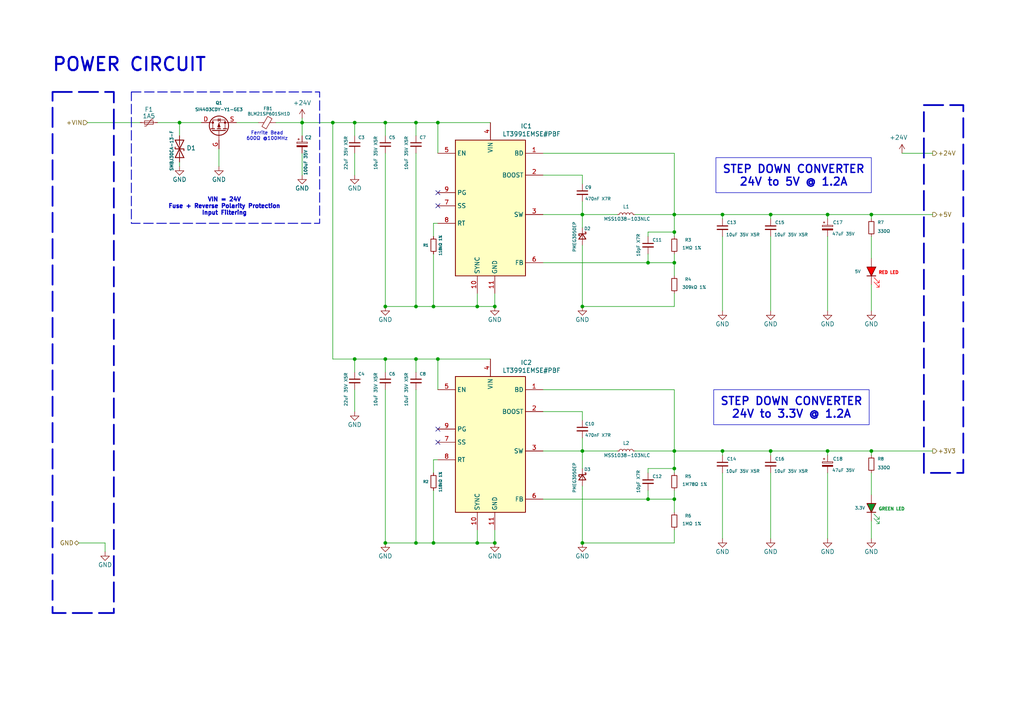
<source format=kicad_sch>
(kicad_sch (version 20250114) (generator "eeschema") (generator_version "9.0")
  (paper "A4")
  (title_block (title "KeyTestBox") (date "2023-10-15") (rev "V1.0") (comment 1 "Designer: Bruno Silva"))
  (lib_symbols
    (symbol "DMP3056L-7:DMP3056L-7" (pin_names (offset 0.254))
      (property "Reference" "CR2" (at 26.035 0 90))
      (property "Value" "DMP3056L-7" (at 24.13 0 90))
      (symbol "DMP3056L-7_0_1"
        (polyline (pts (xy 18.034 1.905) (xy 18.034 -1.905)) (stroke (width 0.254)))
        (polyline (pts (xy 18.034 0) (xy 15.24 0)))
        (polyline (pts (xy 18.542 2.286) (xy 18.542 1.27)) (stroke (width 0.254)))
        (polyline (pts (xy 18.542 1.778) (xy 21.082 1.778) (xy 21.082 -1.778) (xy 18.542 -1.778)))
        (polyline (pts (xy 18.542 0.508) (xy 18.542 -0.508)) (stroke (width 0.254)))
        (polyline (pts (xy 18.542 -1.27) (xy 18.542 -2.286)) (stroke (width 0.254)))
        (circle (center 19.431 0) (radius 2.794) (stroke (width 0.254)))
        (polyline (pts (xy 20.066 0) (xy 19.05 0.381) (xy 19.05 -0.381) (xy 20.066 0)) (fill (type outline)))
        (polyline (pts (xy 20.32 2.54) (xy 20.32 1.778)))
        (circle (center 20.32 1.778) (radius 0.254) (fill (type outline)))
        (circle (center 20.32 -1.778) (radius 0.254) (fill (type outline)))
        (polyline (pts (xy 20.32 -2.54) (xy 20.32 0) (xy 18.542 0)))
        (polyline (pts (xy 20.574 -0.508) (xy 20.701 -0.381) (xy 21.463 -0.381) (xy 21.59 -0.254)))
        (polyline (pts (xy 21.082 -0.381) (xy 20.701 0.254) (xy 21.463 0.254) (xy 21.082 -0.381)))
      )
      (symbol "DMP3056L-7_1_1"
        (pin input line (at 12.7 0 0) (length 2.54) (name "") (number "G"))
        (pin passive line (at 20.32 5.08 270) (length 2.54) (name "") (number "D"))
        (pin passive line (at 20.32 -5.08 90) (length 2.54) (name "") (number "S"))
      )
    )
    (symbol "Device:C_Polarized_Small" (pin_numbers (hide yes)) (pin_names (offset 0.254) (hide yes))
      (property "Reference" "C" (at 0.254 1.778 0))
      (property "Value" "C_Polarized_Small" (at 0.254 -2.032 0))
      (symbol "C_Polarized_Small_0_1"
        (rectangle (start -1.524 0.6858) (end 1.524 0.3048))
        (rectangle (start -1.524 -0.3048) (end 1.524 -0.6858) (fill (type outline)))
        (polyline (pts (xy -1.27 1.524) (xy -0.762 1.524)))
        (polyline (pts (xy -1.016 1.27) (xy -1.016 1.778)))
      )
      (symbol "C_Polarized_Small_1_1"
        (pin passive line (at 0 2.54 270) (length 1.8542) (name "~") (number "1"))
        (pin passive line (at 0 -2.54 90) (length 1.8542) (name "~") (number "2"))
      )
    )
    (symbol "Device:C_Small" (pin_numbers (hide yes)) (pin_names (offset 0.254) (hide yes))
      (property "Reference" "C" (at 0.254 1.778 0))
      (property "Value" "C_Small" (at 0.254 -2.032 0))
      (symbol "C_Small_0_1"
        (polyline (pts (xy -1.524 0.508) (xy 1.524 0.508)) (stroke (width 0.3048)))
        (polyline (pts (xy -1.524 -0.508) (xy 1.524 -0.508)) (stroke (width 0.3302)))
      )
      (symbol "C_Small_1_1"
        (pin passive line (at 0 2.54 270) (length 2.032) (name "~") (number "1"))
        (pin passive line (at 0 -2.54 90) (length 2.032) (name "~") (number "2"))
      )
    )
    (symbol "Device:D_Schottky_Small" (pin_numbers (hide yes)) (pin_names (offset 0.254) (hide yes))
      (property "Reference" "D" (at -1.27 2.032 0))
      (property "Value" "D_Schottky_Small" (at -7.112 -2.032 0))
      (symbol "D_Schottky_Small_0_1"
        (polyline (pts (xy -1.27 0.762) (xy -1.27 1.016) (xy -0.762 1.016) (xy -0.762 -1.016) (xy -0.254 -1.016) (xy -0.254 -0.762)) (stroke (width 0.254)))
        (polyline (pts (xy -0.762 0) (xy 0.762 0)))
        (polyline (pts (xy 0.762 -1.016) (xy -0.762 0) (xy 0.762 1.016) (xy 0.762 -1.016)) (stroke (width 0.254)))
      )
      (symbol "D_Schottky_Small_1_1"
        (pin passive line (at -2.54 0 0) (length 1.778) (name "K") (number "1"))
        (pin passive line (at 2.54 0 180) (length 1.778) (name "A") (number "2"))
      )
    )
    (symbol "Device:FerriteBead_Small" (pin_numbers (hide yes)) (pin_names (offset 0))
      (property "Reference" "FB" (at 1.905 1.27 0))
      (property "Value" "FerriteBead_Small" (at 1.905 -1.27 0))
      (symbol "FerriteBead_Small_0_1"
        (polyline (pts (xy -1.8288 0.2794) (xy -1.1176 1.4986) (xy 1.8288 -0.2032) (xy 1.1176 -1.4224) (xy -1.8288 0.2794)))
        (polyline (pts (xy 0 0.889) (xy 0 1.2954)))
        (polyline (pts (xy 0 -1.27) (xy 0 -0.7874)))
      )
      (symbol "FerriteBead_Small_1_1"
        (pin passive line (at 0 2.54 270) (length 1.27) (name "~") (number "1"))
        (pin passive line (at 0 -2.54 90) (length 1.27) (name "~") (number "2"))
      )
    )
    (symbol "Device:L_Small" (pin_numbers (hide yes)) (pin_names (offset 0.254) (hide yes))
      (property "Reference" "L" (at 0.762 1.016 0))
      (property "Value" "L_Small" (at 0.762 -1.016 0))
      (symbol "L_Small_0_1"
        (arc (start 0 2.032) (mid 0.5058 1.524) (end 0 1.016))
        (arc (start 0 1.016) (mid 0.5058 0.508) (end 0 0))
        (arc (start 0 0) (mid 0.5058 -0.508) (end 0 -1.016))
        (arc (start 0 -1.016) (mid 0.5058 -1.524) (end 0 -2.032))
      )
      (symbol "L_Small_1_1"
        (pin passive line (at 0 2.54 270) (length 0.508) (name "~") (number "1"))
        (pin passive line (at 0 -2.54 90) (length 0.508) (name "~") (number "2"))
      )
    )
    (symbol "Device:Polyfuse_Small" (pin_numbers (hide yes)) (pin_names (offset 0))
      (property "Reference" "F" (at -1.905 0 90))
      (property "Value" "Polyfuse_Small" (at 1.905 0 90))
      (symbol "Polyfuse_Small_0_1"
        (polyline (pts (xy -1.016 1.27) (xy -1.016 0.762) (xy 1.016 -0.762) (xy 1.016 -1.27)))
        (rectangle (start -0.508 1.27) (end 0.508 -1.27))
        (polyline (pts (xy 0 2.54) (xy 0 -2.54)))
      )
      (symbol "Polyfuse_Small_1_1"
        (pin passive line (at 0 2.54 270) (length 0.635) (name "~") (number "1"))
        (pin passive line (at 0 -2.54 90) (length 0.635) (name "~") (number "2"))
      )
    )
    (symbol "Diode:1N630xCA" (pin_numbers (hide yes)) (pin_names (offset 1.016) (hide yes))
      (property "Reference" "D" (at 0 2.54 0))
      (property "Value" "1N630xCA" (at 0 -2.54 0))
      (symbol "1N630xCA_0_1"
        (polyline (pts (xy -2.54 -1.27) (xy 0 0) (xy -2.54 1.27) (xy -2.54 -1.27)) (stroke (width 0.254)))
        (polyline (pts (xy 0.508 1.27) (xy 0 1.27) (xy 0 -1.27) (xy -0.508 -1.27)) (stroke (width 0.254)))
        (polyline (pts (xy 1.27 0) (xy -1.27 0)))
        (polyline (pts (xy 2.54 1.27) (xy 2.54 -1.27) (xy 0 0) (xy 2.54 1.27)) (stroke (width 0.254)))
      )
      (symbol "1N630xCA_1_1"
        (pin passive line (at -3.81 0 0) (length 2.54) (name "A1") (number "1"))
        (pin passive line (at 3.81 0 180) (length 2.54) (name "A2") (number "2"))
      )
    )
    (symbol "IR26-21C_L110_TR8_1" (pin_numbers (hide yes)) (pin_names (offset 1.016) (hide yes))
      (property "Value" "3.3V" (at 0 4.826 90))
      (symbol "IR26-21C_L110_TR8_1_0_1"
        (polyline (pts (xy -1.27 -1.27) (xy -1.27 1.27)) (stroke (width 0.254)))
      )
      (symbol "IR26-21C_L110_TR8_1_1_1"
        (polyline (pts (xy -3.048 -0.762) (xy -4.572 -2.286) (xy -3.81 -2.286) (xy -4.572 -2.286) (xy -4.572 -1.524)) (stroke (width 0) (color 10 147 45 1)))
        (polyline (pts (xy -1.778 -0.762) (xy -3.302 -2.286) (xy -2.54 -2.286) (xy -3.302 -2.286) (xy -3.302 -1.524)) (stroke (width 0) (color 10 147 45 1)))
        (polyline (pts (xy -1.27 0) (xy 1.27 0)) (stroke (width 0) (color 10 147 45 1)))
        (polyline (pts (xy 1.27 -1.27) (xy 1.27 1.27) (xy -1.27 0) (xy 1.27 -1.27)) (stroke (width 0.254)) (fill (type color) (color 10 147 45 1)))
        (pin passive line (at -3.81 0 0) (length 2.54) (name "K") (number "1"))
        (pin passive line (at 3.81 0 180) (length 2.54) (name "A") (number "2"))
      )
    )
    (symbol "LED:IR26-21C_L110_TR8" (pin_numbers (hide yes)) (pin_names (offset 1.016) (hide yes))
      (property "Value" "5V" (at 0 4.826 90))
      (symbol "IR26-21C_L110_TR8_0_1"
        (polyline (pts (xy -1.27 -1.27) (xy -1.27 1.27)) (stroke (width 0.254)))
      )
      (symbol "IR26-21C_L110_TR8_1_1"
        (polyline (pts (xy -3.048 -0.762) (xy -4.572 -2.286) (xy -3.81 -2.286) (xy -4.572 -2.286) (xy -4.572 -1.524)) (stroke (width 0) (color 255 0 0 1)))
        (polyline (pts (xy -1.778 -0.762) (xy -3.302 -2.286) (xy -2.54 -2.286) (xy -3.302 -2.286) (xy -3.302 -1.524)) (stroke (width 0) (color 255 0 0 1)))
        (polyline (pts (xy -1.27 0) (xy 1.27 0)) (stroke (width 0) (color 255 0 0 1)))
        (polyline (pts (xy 1.27 -1.27) (xy 1.27 1.27) (xy -1.27 0) (xy 1.27 -1.27)) (stroke (width 0.254)) (fill (type color) (color 255 0 0 1)))
        (pin passive line (at -3.81 0 0) (length 2.54) (name "K") (number "1"))
        (pin passive line (at 3.81 0 180) (length 2.54) (name "A") (number "2"))
      )
    )
    (symbol "LT3991EMSE#PBF_1"
      (property "Reference" "IC3" (at 25.654 23.114 0))
      (property "Value" "LT3991EMSE#PBF" (at 27.178 20.828 0))
      (symbol "LT3991EMSE#PBF_1_1_1"
        (rectangle (start 5.08 19.05) (end 25.4 -20.32) (stroke (width 0.254)) (fill (type background)))
        (pin passive line (at 0 15.24 0) (length 5.08) (name "EN") (number "5"))
        (pin passive line (at 0 3.81 0) (length 5.08) (name "PG") (number "9"))
        (pin passive line (at 0 0 0) (length 5.08) (name "SS") (number "7"))
        (pin passive line (at 0 -5.08 0) (length 5.08) (name "RT") (number "8"))
        (pin passive line (at 11.43 -25.4 90) (length 5.08) (name "SYNC") (number "10"))
        (pin passive line (at 15.24 24.13 270) (length 5.08) (name "VIN") (number "4"))
        (pin passive line (at 16.51 -25.4 90) (length 5.08) (name "GND") (number "11"))
        (pin passive line (at 30.48 15.24 180) (length 5.08) (name "BD") (number "1"))
        (pin passive line (at 30.48 8.89 180) (length 5.08) (name "BOOST") (number "2"))
        (pin passive line (at 30.48 -2.54 180) (length 5.08) (name "SW") (number "3"))
        (pin passive line (at 30.48 -16.51 180) (length 5.08) (name "FB") (number "6"))
      )
    )
    (symbol "R_Small_1" (pin_numbers (hide yes)) (pin_names (offset 0.254) (hide yes))
      (property "Reference" "R" (at 0 0 90))
      (property "Value" "R_Small" (at 1.778 0 90))
      (symbol "R_Small_1_0_1"
        (rectangle (start -0.762 1.778) (end 0.762 -1.778) (stroke (width 0.2032)))
      )
      (symbol "R_Small_1_1_1"
        (pin passive line (at 0 2.54 270) (length 0.762) (name "~") (number "1"))
        (pin passive line (at 0 -2.54 90) (length 0.762) (name "~") (number "2"))
      )
    )
    (symbol "power:+24V" (power) (pin_names (offset 0))
      (property "Value" "+24V" (at 0 3.556 0))
      (symbol "+24V_0_1"
        (polyline (pts (xy -0.762 1.27) (xy 0 2.54)))
        (polyline (pts (xy 0 2.54) (xy 0.762 1.27)))
        (polyline (pts (xy 0 0) (xy 0 2.54)))
      )
      (symbol "+24V_1_1"
        (pin power_in line (at 0 0 90) (length 0) (hide yes) (name "+24V") (number "1"))
      )
    )
    (symbol "power:GND" (power) (pin_names (offset 0))
      (property "Value" "GND" (at 0 -3.81 0))
      (symbol "GND_0_1"
        (polyline (pts (xy 0 0) (xy 0 -1.27) (xy 1.27 -1.27) (xy 0 -2.54) (xy -1.27 -1.27) (xy 0 -1.27)))
      )
      (symbol "GND_1_1"
        (pin power_in line (at 0 0 270) (length 0) (hide yes) (name "GND") (number "1"))
      )
    )
  )
  (rectangle (start 38.1 26.67) (end 92.71 64.77) (stroke (width 0.254) (type dash)))
  (rectangle (start 267.97 30.48) (end 279.4 137.16) (stroke (width 0.508) (type dash)))
  (rectangle (start 15.24 26.67) (end 33.02 177.8) (stroke (width 0.508) (type dash)))
  (text "POWER CIRCUIT\n" (at 14.986 21.082 0) (effects (font (size 3.81 3.81) (thickness 0.6) (bold yes)) (justify left bottom)))
  (text "Ferrite Bead\n600Ω @100MHz" (at 77.47 40.894 0) (effects (font (size 1 1)) (justify bottom)))
  (text "RED LED" (at 254.762 79.756 0) (effects (font (size 0.889 0.889) (thickness 0.6) (bold yes)) (justify left bottom)))
  (text "GREEN LED" (at 254.762 148.336 0) (effects (font (size 0.889 0.889) (thickness 0.6) (bold yes)) (justify left bottom)))
  (text_box "STEP DOWN CONVERTER\n24V to 3.3V @ 1.2A" (at 207.01 113.03 0) (size 45.085 10.16) (margins 0.9 0.9 0.9 0.9) (effects (font (size 2.286 2.286) (thickness 0.4) (bold yes))))
  (text_box "STEP DOWN CONVERTER\n24V to 5V @ 1.2A" (at 207.645 45.72 0) (size 45.085 10.16) (margins 0.9 0.9 0.9 0.9) (effects (font (size 2.286 2.286) (thickness 0.4) (bold yes))))
  (text_box "VIN = 24V\nFuse + Reverse Polarity Protection\nInput Filtering" (at 47.625 55.88 0) (size 34.925 7.62) (margins 0.9 0.9 0.9 0.9) (stroke (width -0.0001)) (effects (font (size 1.2 1.2) (thickness 0.4) (bold yes))))
  (junction (at 168.91 130.81))
  (junction (at 111.76 35.56))
  (junction (at 143.51 88.9))
  (junction (at 209.55 62.23))
  (junction (at 125.73 157.48))
  (junction (at 209.55 130.81))
  (junction (at 240.03 130.81))
  (junction (at 127 35.56))
  (junction (at 240.03 62.23))
  (junction (at 195.58 76.2))
  (junction (at 168.91 62.23))
  (junction (at 125.73 88.9))
  (junction (at 195.58 144.78))
  (junction (at 168.91 157.48))
  (junction (at 168.91 88.9))
  (junction (at 223.52 62.23))
  (junction (at 127 104.14))
  (junction (at 120.65 157.48))
  (junction (at 195.58 135.89))
  (junction (at 195.58 62.23))
  (junction (at 102.87 35.56))
  (junction (at 252.73 130.81))
  (junction (at 87.63 35.56))
  (junction (at 120.65 88.9))
  (junction (at 143.51 157.48))
  (junction (at 138.43 157.48))
  (junction (at 111.76 157.48))
  (junction (at 96.52 35.56))
  (junction (at 102.87 104.14))
  (junction (at 195.58 67.31))
  (junction (at 223.52 130.81))
  (junction (at 52.07 35.56))
  (junction (at 187.96 76.2))
  (junction (at 187.96 144.78))
  (junction (at 138.43 88.9))
  (junction (at 111.76 104.14))
  (junction (at 195.58 130.81))
  (junction (at 120.65 104.14))
  (junction (at 111.76 88.9))
  (junction (at 252.73 62.23))
  (junction (at 120.65 35.56))
  (no_connect (at 127 124.46))
  (no_connect (at 127 55.88))
  (no_connect (at 127 128.27))
  (no_connect (at 127 59.69))
  (wire (pts (xy 195.58 67.31) (xy 195.58 68.58)))
  (wire (pts (xy 138.43 85.09) (xy 138.43 88.9)))
  (wire (pts (xy 127 35.56) (xy 142.24 35.56)))
  (wire (pts (xy 127 104.14) (xy 127 113.03)))
  (wire (pts (xy 120.65 113.03) (xy 120.65 157.48)))
  (wire (pts (xy 209.55 132.08) (xy 209.55 130.81)))
  (wire (pts (xy 96.52 104.14) (xy 102.87 104.14)))
  (wire (pts (xy 120.65 35.56) (xy 120.65 39.37)))
  (wire (pts (xy 261.62 44.45) (xy 270.51 44.45)))
  (wire (pts (xy 195.58 144.78) (xy 187.96 144.78)))
  (wire (pts (xy 252.73 62.23) (xy 270.51 62.23)))
  (wire (pts (xy 111.76 44.45) (xy 111.76 88.9)))
  (wire (pts (xy 240.03 132.08) (xy 240.03 130.81)))
  (wire (pts (xy 157.48 50.8) (xy 168.91 50.8)))
  (wire (pts (xy 223.52 90.17) (xy 223.52 68.58)))
  (wire (pts (xy 125.73 64.77) (xy 125.73 68.58)))
  (wire (pts (xy 223.52 63.5) (xy 223.52 62.23)))
  (wire (pts (xy 195.58 130.81) (xy 195.58 135.89)))
  (wire (pts (xy 195.58 130.81) (xy 184.15 130.81)))
  (wire (pts (xy 187.96 67.31) (xy 195.58 67.31)))
  (wire (pts (xy 102.87 113.03) (xy 102.87 119.38)))
  (wire (pts (xy 157.48 113.03) (xy 195.58 113.03)))
  (wire (pts (xy 96.52 35.56) (xy 102.87 35.56)))
  (wire (pts (xy 45.72 35.56) (xy 52.07 35.56)))
  (wire (pts (xy 240.03 68.58) (xy 240.03 90.17)))
  (wire (pts (xy 195.58 130.81) (xy 209.55 130.81)))
  (wire (pts (xy 138.43 88.9) (xy 143.51 88.9)))
  (wire (pts (xy 223.52 62.23) (xy 240.03 62.23)))
  (wire (pts (xy 195.58 153.67) (xy 195.58 157.48)))
  (wire (pts (xy 223.52 156.21) (xy 223.52 137.16)))
  (wire (pts (xy 120.65 35.56) (xy 127 35.56)))
  (wire (pts (xy 195.58 113.03) (xy 195.58 130.81)))
  (wire (pts (xy 87.63 44.45) (xy 87.63 50.8)))
  (wire (pts (xy 209.55 137.16) (xy 209.55 156.21)))
  (wire (pts (xy 209.55 63.5) (xy 209.55 62.23)))
  (wire (pts (xy 168.91 62.23) (xy 179.07 62.23)))
  (wire (pts (xy 30.48 160.02) (xy 30.48 157.48)))
  (wire (pts (xy 240.03 137.16) (xy 240.03 156.21)))
  (wire (pts (xy 111.76 104.14) (xy 120.65 104.14)))
  (wire (pts (xy 87.63 35.56) (xy 96.52 35.56)))
  (wire (pts (xy 195.58 142.24) (xy 195.58 144.78)))
  (wire (pts (xy 252.73 68.58) (xy 252.73 74.93)))
  (wire (pts (xy 195.58 157.48) (xy 168.91 157.48)))
  (wire (pts (xy 252.73 63.5) (xy 252.73 62.23)))
  (wire (pts (xy 240.03 62.23) (xy 252.73 62.23)))
  (wire (pts (xy 187.96 142.24) (xy 187.96 144.78)))
  (wire (pts (xy 120.65 88.9) (xy 125.73 88.9)))
  (wire (pts (xy 127 64.77) (xy 125.73 64.77)))
  (wire (pts (xy 195.58 144.78) (xy 195.58 148.59)))
  (wire (pts (xy 157.48 76.2) (xy 187.96 76.2)))
  (wire (pts (xy 168.91 130.81) (xy 179.07 130.81)))
  (wire (pts (xy 120.65 44.45) (xy 120.65 88.9)))
  (wire (pts (xy 111.76 104.14) (xy 102.87 104.14)))
  (wire (pts (xy 120.65 157.48) (xy 125.73 157.48)))
  (wire (pts (xy 127 35.56) (xy 127 44.45)))
  (wire (pts (xy 87.63 35.56) (xy 87.63 39.37)))
  (wire (pts (xy 157.48 119.38) (xy 168.91 119.38)))
  (wire (pts (xy 111.76 88.9) (xy 120.65 88.9)))
  (wire (pts (xy 195.58 85.09) (xy 195.58 88.9)))
  (wire (pts (xy 168.91 130.81) (xy 168.91 135.89)))
  (wire (pts (xy 195.58 76.2) (xy 187.96 76.2)))
  (wire (pts (xy 168.91 119.38) (xy 168.91 121.92)))
  (wire (pts (xy 168.91 50.8) (xy 168.91 53.34)))
  (wire (pts (xy 195.58 88.9) (xy 168.91 88.9)))
  (wire (pts (xy 195.58 73.66) (xy 195.58 76.2)))
  (wire (pts (xy 111.76 113.03) (xy 111.76 157.48)))
  (wire (pts (xy 168.91 62.23) (xy 168.91 66.04)))
  (wire (pts (xy 102.87 35.56) (xy 102.87 39.37)))
  (wire (pts (xy 252.73 151.13) (xy 252.73 156.21)))
  (wire (pts (xy 209.55 68.58) (xy 209.55 90.17)))
  (wire (pts (xy 125.73 133.35) (xy 125.73 137.16)))
  (wire (pts (xy 68.58 35.56) (xy 74.93 35.56)))
  (wire (pts (xy 120.65 104.14) (xy 127 104.14)))
  (wire (pts (xy 102.87 44.45) (xy 102.87 50.8)))
  (wire (pts (xy 195.58 44.45) (xy 195.58 62.23)))
  (wire (pts (xy 22.86 157.48) (xy 30.48 157.48)))
  (wire (pts (xy 111.76 35.56) (xy 111.76 39.37)))
  (wire (pts (xy 223.52 130.81) (xy 240.03 130.81)))
  (wire (pts (xy 127 133.35) (xy 125.73 133.35)))
  (wire (pts (xy 195.58 62.23) (xy 209.55 62.23)))
  (wire (pts (xy 195.58 62.23) (xy 184.15 62.23)))
  (wire (pts (xy 52.07 35.56) (xy 58.42 35.56)))
  (wire (pts (xy 209.55 130.81) (xy 223.52 130.81)))
  (wire (pts (xy 252.73 137.16) (xy 252.73 143.51)))
  (wire (pts (xy 96.52 35.56) (xy 96.52 104.14)))
  (wire (pts (xy 223.52 132.08) (xy 223.52 130.81)))
  (wire (pts (xy 125.73 88.9) (xy 138.43 88.9)))
  (wire (pts (xy 111.76 157.48) (xy 120.65 157.48)))
  (wire (pts (xy 52.07 46.99) (xy 52.07 48.26)))
  (wire (pts (xy 187.96 68.58) (xy 187.96 67.31)))
  (wire (pts (xy 157.48 44.45) (xy 195.58 44.45)))
  (wire (pts (xy 252.73 132.08) (xy 252.73 130.81)))
  (wire (pts (xy 63.5 43.18) (xy 63.5 48.26)))
  (wire (pts (xy 195.58 62.23) (xy 195.58 67.31)))
  (wire (pts (xy 168.91 140.97) (xy 168.91 157.48)))
  (wire (pts (xy 157.48 144.78) (xy 187.96 144.78)))
  (wire (pts (xy 195.58 135.89) (xy 195.58 137.16)))
  (wire (pts (xy 168.91 58.42) (xy 168.91 62.23)))
  (wire (pts (xy 143.51 153.67) (xy 143.51 157.48)))
  (wire (pts (xy 187.96 137.16) (xy 187.96 135.89)))
  (wire (pts (xy 187.96 73.66) (xy 187.96 76.2)))
  (wire (pts (xy 195.58 76.2) (xy 195.58 80.01)))
  (wire (pts (xy 125.73 73.66) (xy 125.73 88.9)))
  (wire (pts (xy 120.65 104.14) (xy 120.65 107.95)))
  (wire (pts (xy 157.48 130.81) (xy 168.91 130.81)))
  (wire (pts (xy 125.73 142.24) (xy 125.73 157.48)))
  (wire (pts (xy 125.73 157.48) (xy 138.43 157.48)))
  (wire (pts (xy 111.76 104.14) (xy 111.76 107.95)))
  (wire (pts (xy 187.96 135.89) (xy 195.58 135.89)))
  (wire (pts (xy 252.73 82.55) (xy 252.73 90.17)))
  (wire (pts (xy 138.43 153.67) (xy 138.43 157.48)))
  (wire (pts (xy 87.63 34.29) (xy 87.63 35.56)))
  (wire (pts (xy 168.91 88.9) (xy 168.91 71.12)))
  (wire (pts (xy 209.55 62.23) (xy 223.52 62.23)))
  (wire (pts (xy 111.76 35.56) (xy 120.65 35.56)))
  (wire (pts (xy 252.73 130.81) (xy 270.51 130.81)))
  (wire (pts (xy 168.91 127) (xy 168.91 130.81)))
  (wire (pts (xy 240.03 63.5) (xy 240.03 62.23)))
  (wire (pts (xy 127 104.14) (xy 142.24 104.14)))
  (wire (pts (xy 25.4 35.56) (xy 40.64 35.56)))
  (wire (pts (xy 143.51 85.09) (xy 143.51 88.9)))
  (wire (pts (xy 52.07 39.37) (xy 52.07 35.56)))
  (wire (pts (xy 102.87 104.14) (xy 102.87 107.95)))
  (wire (pts (xy 240.03 130.81) (xy 252.73 130.81)))
  (wire (pts (xy 157.48 62.23) (xy 168.91 62.23)))
  (wire (pts (xy 138.43 157.48) (xy 143.51 157.48)))
  (wire (pts (xy 111.76 35.56) (xy 102.87 35.56)))
  (wire (pts (xy 80.01 35.56) (xy 87.63 35.56)))
  (hierarchical_label "+3V3" (shape output) (at 270.51 130.81 0))
  (hierarchical_label "+5V" (shape output) (at 270.51 62.23 0))
  (hierarchical_label "GND" (shape bidirectional) (at 22.86 157.48 180))
  (hierarchical_label "+24V" (shape output) (at 270.51 44.45 0))
  (hierarchical_label "+VIN" (shape input) (at 25.4 35.56 180))
  (symbol (lib_name "R_Small_1") (lib_id "Device:R_Small") (at 195.58 139.7 0) (unit 1)
    (property "Reference" "R5" (at 198.628 138.176 0) (effects (font (size 0.889 0.889)) (justify left)))
    (property "Value" "1M78Ω 1%" (at 197.866 140.462 0) (effects (font (size 0.889 0.889)) (justify left)))
    (property "Description" "Resistor, small symbol" (effects (hide yes)))
  )
  (symbol (lib_id "power:GND") (at 240.03 90.17 0) (unit 1)
    (property "Reference" "#PWR051" (effects (hide yes)))
    (property "Value" "GND" (at 240.03 93.98 0))
  )
  (symbol (lib_id "Device:C_Small") (at 209.55 134.62 0) (unit 1)
    (property "Reference" "C14" (at 210.82 133.096 0) (effects (font (size 0.889 0.889)) (justify left)))
    (property "Value" "10uF 35V X5R" (at 210.566 136.652 0) (effects (font (size 0.889 0.889)) (justify left)))
    (property "Description" "Unpolarized capacitor, small symbol" (effects (hide yes)))
  )
  (symbol (lib_name "LT3991EMSE#PBF_1") (lib_id "SDBuckConverter:LT3991EMSE#PBF") (at 127 59.69 0) (unit 1)
    (property "Reference" "IC1" (at 152.654 36.576 0))
    (property "Value" "LT3991EMSE#PBF" (at 154.178 38.862 0))
    (property "Footprint" "SOP50P490X110-11N" (effects (hide yes)))
    (property "Datasheet" "https://datasheet.datasheetarchive.com/originals/distributors/Datasheets-SFU4/DSASF4000-3355.pdf" (effects (hide yes)))
    (property "Height" "1.1" (effects (hide yes)))
    (property "Manufacturer_Name" "Analog Devices" (effects (hide yes)))
    (property "Manufacturer_Part_Number" "LT3991EMSE#PBF" (effects (hide yes)))
    (property "Mouser Part Number" "584-LT3991EMSE#PBF" (effects (hide yes)))
    (property "Mouser Price/Stock" "https://www.mouser.co.uk/ProductDetail/Analog-Devices-Linear-Technology/LT3991EMSEPBF?qs=hVkxg5c3xu%2FPU%252Bq5oSghVA%3D%3D" (effects (hide yes)))
    (property "Arrow Part Number" "LT3991EMSE#PBF" (effects (hide yes)))
    (property "Arrow Price/Stock" "https://www.arrow.com/en/products/lt3991emsepbf/analog-devices" (effects (hide yes)))
  )
  (symbol (lib_id "power:GND") (at 223.52 156.21 0) (unit 1)
    (property "Reference" "#PWR050" (effects (hide yes)))
    (property "Value" "GND" (at 223.52 160.02 0))
  )
  (symbol (lib_name "R_Small_1") (lib_id "Device:R_Small") (at 195.58 82.55 0) (unit 1)
    (property "Reference" "R4" (at 198.628 81.026 0) (effects (font (size 0.889 0.889)) (justify left)))
    (property "Value" "309kΩ 1%" (at 197.866 83.312 0) (effects (font (size 0.889 0.889)) (justify left)))
    (property "Description" "Resistor, small symbol" (effects (hide yes)))
  )
  (symbol (lib_id "Device:C_Small") (at 102.87 41.91 0) (unit 1)
    (property "Reference" "C3" (at 103.886 39.878 0) (effects (font (size 0.889 0.889)) (justify left)))
    (property "Value" "22uF 35V X5R" (at 100.33 49.276 90) (effects (font (size 0.889 0.889)) (justify left)))
    (property "Description" "Unpolarized capacitor, small symbol" (effects (hide yes)))
  )
  (symbol (lib_id "Device:C_Small") (at 187.96 71.12 0) (unit 1)
    (property "Reference" "C11" (at 189.23 69.596 0) (effects (font (size 0.889 0.889)) (justify left)))
    (property "Value" "10pF X7R" (at 185.166 74.422 90) (effects (font (size 0.889 0.889)) (justify left)))
    (property "Description" "Unpolarized capacitor, small symbol" (effects (hide yes)))
  )
  (symbol (lib_id "Device:Polyfuse_Small") (at 43.18 35.56 90) (unit 1)
    (property "Reference" "F1" (at 43.18 31.75 90))
    (property "Value" "1A5" (at 43.18 33.655 90))
  )
  (symbol (lib_id "Device:C_Small") (at 102.87 110.49 0) (unit 1)
    (property "Reference" "C4" (at 103.886 108.458 0) (effects (font (size 0.889 0.889)) (justify left)))
    (property "Value" "22uF 35V X5R" (at 100.33 117.856 90) (effects (font (size 0.889 0.889)) (justify left)))
    (property "Description" "Unpolarized capacitor, small symbol" (effects (hide yes)))
  )
  (symbol (lib_id "power:GND") (at 209.55 90.17 0) (unit 1)
    (property "Reference" "#PWR047" (effects (hide yes)))
    (property "Value" "GND" (at 209.55 93.98 0))
  )
  (symbol (lib_id "Device:C_Polarized_Small") (at 240.03 134.62 0) (unit 1)
    (property "Reference" "C18" (at 241.554 133.096 0) (effects (font (size 0.9398 0.9398)) (justify left)))
    (property "Value" "47uF 35V" (at 247.904 136.398 0) (effects (font (size 0.889 0.889)) (justify right)))
    (property "Description" "Polarized capacitor, small symbol" (effects (hide yes)))
  )
  (symbol (lib_id "Diode:1N630xCA") (at 52.07 43.18 90) (unit 1)
    (property "Reference" "D1" (at 54.102 42.926 90) (effects (justify right)))
    (property "Value" "SMBJ30CA-13-F" (at 49.784 37.846 0) (effects (font (size 0.9 0.9)) (justify right)))
  )
  (symbol (lib_id "power:GND") (at 63.5 48.26 0) (unit 1)
    (property "Reference" "#PWR036" (effects (hide yes)))
    (property "Value" "GND" (at 63.5 52.07 0))
  )
  (symbol (lib_id "power:GND") (at 168.91 157.48 0) (unit 1)
    (property "Reference" "#PWR046" (effects (hide yes)))
    (property "Value" "GND" (at 168.91 161.29 0))
  )
  (symbol (lib_id "Device:C_Small") (at 111.76 110.49 0) (unit 1)
    (property "Reference" "C6" (at 112.776 108.458 0) (effects (font (size 0.889 0.889)) (justify left)))
    (property "Value" "10uF 35V X5R" (at 108.966 117.856 90) (effects (font (size 0.889 0.889)) (justify left)))
    (property "Description" "Unpolarized capacitor, small symbol" (effects (hide yes)))
  )
  (symbol (lib_id "power:GND") (at 168.91 88.9 0) (unit 1)
    (property "Reference" "#PWR045" (effects (hide yes)))
    (property "Value" "GND" (at 168.91 92.71 0))
  )
  (symbol (lib_id "Device:C_Small") (at 223.52 66.04 0) (unit 1)
    (property "Reference" "C15" (at 224.79 64.516 0) (effects (font (size 0.889 0.889)) (justify left)))
    (property "Value" "10uF 35V X5R" (at 224.536 68.072 0) (effects (font (size 0.889 0.889)) (justify left)))
    (property "Description" "Unpolarized capacitor, small symbol" (effects (hide yes)))
  )
  (symbol (lib_id "power:GND") (at 252.73 156.21 0) (unit 1)
    (property "Reference" "#PWR054" (effects (hide yes)))
    (property "Value" "GND" (at 252.73 160.02 0))
  )
  (symbol (lib_id "Device:C_Polarized_Small") (at 87.63 41.91 0) (unit 1)
    (property "Reference" "C2" (at 88.392 39.878 0) (effects (font (size 0.9398 0.9398)) (justify left)))
    (property "Value" "100uF 35V" (at 88.646 43.434 90) (effects (font (size 0.889 0.889)) (justify right)))
    (property "Description" "Polarized capacitor, small symbol" (effects (hide yes)))
  )
  (symbol (lib_id "Device:L_Small") (at 181.61 130.81 90) (unit 1)
    (property "Reference" "L2" (at 181.61 128.524 90) (effects (font (size 0.9652 0.9652))))
    (property "Value" "MSS1038-103NLC" (at 181.864 132.08 90) (effects (font (size 0.9652 0.9652))))
    (property "Description" "Inductor, small symbol" (effects (hide yes)))
  )
  (symbol (lib_id "power:GND") (at 87.63 50.8 0) (unit 1)
    (property "Reference" "#PWR038" (effects (hide yes)))
    (property "Value" "GND" (at 87.63 54.61 0))
  )
  (symbol (lib_id "power:GND") (at 143.51 157.48 0) (unit 1)
    (property "Reference" "#PWR044" (effects (hide yes)))
    (property "Value" "GND" (at 143.51 161.29 0))
  )
  (symbol (lib_id "Device:C_Small") (at 223.52 134.62 0) (unit 1)
    (property "Reference" "C16" (at 224.79 133.096 0) (effects (font (size 0.889 0.889)) (justify left)))
    (property "Value" "10uF 35V X5R" (at 224.536 136.652 0) (effects (font (size 0.889 0.889)) (justify left)))
    (property "Description" "Unpolarized capacitor, small symbol" (effects (hide yes)))
  )
  (symbol (lib_id "power:GND") (at 111.76 88.9 0) (unit 1)
    (property "Reference" "#PWR041" (effects (hide yes)))
    (property "Value" "GND" (at 111.76 92.71 0))
  )
  (symbol (lib_id "power:GND") (at 30.48 160.02 0) (unit 1)
    (property "Reference" "#PWR034" (effects (hide yes)))
    (property "Value" "GND" (at 30.48 163.83 0))
  )
  (symbol (lib_id "DMP3056L-7:DMP3056L-7") (at 63.5 55.88 90) (unit 1)
    (property "Reference" "Q1" (at 63.5 29.845 90) (effects (font (size 0.9 0.9))))
    (property "Value" "SI4403CDY-Y1-GE3" (at 63.5 31.75 90) (effects (font (size 0.9 0.9))))
    (property "Footprint" "DIODE3_DESD1CAN2SOQ-7_DIO" (effects (hide yes)))
    (property "Datasheet" "DMP3056L-7" (effects (hide yes)))
  )
  (symbol (lib_id "power:GND") (at 252.73 90.17 0) (unit 1)
    (property "Reference" "#PWR053" (effects (hide yes)))
    (property "Value" "GND" (at 252.73 93.98 0))
  )
  (symbol (lib_name "R_Small_1") (lib_id "Device:R_Small") (at 252.73 134.62 0) (unit 1)
    (property "Reference" "R8" (at 254.508 133.096 0) (effects (font (size 0.889 0.889)) (justify left)))
    (property "Value" "330Ω" (at 254.508 135.636 0) (effects (font (size 0.889 0.889)) (justify left)))
    (property "Description" "Resistor, small symbol" (effects (hide yes)))
  )
  (symbol (lib_name "LT3991EMSE#PBF_1") (lib_id "SDBuckConverter:LT3991EMSE#PBF") (at 127 128.27 0) (unit 1)
    (property "Reference" "IC2" (at 152.654 105.156 0))
    (property "Value" "LT3991EMSE#PBF" (at 154.178 107.442 0))
    (property "Footprint" "SOP50P490X110-11N" (effects (hide yes)))
    (property "Datasheet" "https://datasheet.datasheetarchive.com/originals/distributors/Datasheets-SFU4/DSASF4000-3355.pdf" (effects (hide yes)))
    (property "Height" "1.1" (effects (hide yes)))
    (property "Manufacturer_Name" "Analog Devices" (effects (hide yes)))
    (property "Manufacturer_Part_Number" "LT3991EMSE#PBF" (effects (hide yes)))
    (property "Mouser Part Number" "584-LT3991EMSE#PBF" (effects (hide yes)))
    (property "Mouser Price/Stock" "https://www.mouser.co.uk/ProductDetail/Analog-Devices-Linear-Technology/LT3991EMSEPBF?qs=hVkxg5c3xu%2FPU%252Bq5oSghVA%3D%3D" (effects (hide yes)))
    (property "Arrow Part Number" "LT3991EMSE#PBF" (effects (hide yes)))
    (property "Arrow Price/Stock" "https://www.arrow.com/en/products/lt3991emsepbf/analog-devices" (effects (hide yes)))
  )
  (symbol (lib_id "power:GND") (at 223.52 90.17 0) (unit 1)
    (property "Reference" "#PWR049" (effects (hide yes)))
    (property "Value" "GND" (at 223.52 93.98 0))
  )
  (symbol (lib_id "Device:D_Schottky_Small") (at 168.91 138.43 270) (unit 1)
    (property "Reference" "D3" (at 169.418 136.144 90) (effects (font (size 0.889 0.889)) (justify left)))
    (property "Value" "PMEG3050EP" (at 166.624 134.112 0) (effects (font (size 0.889 0.889)) (justify left)))
    (property "Description" "Schottky diode, small symbol" (effects (hide yes)))
  )
  (symbol (lib_id "power:GND") (at 111.76 157.48 0) (unit 1)
    (property "Reference" "#PWR042" (effects (hide yes)))
    (property "Value" "GND" (at 111.76 161.29 0))
  )
  (symbol (lib_name "R_Small_1") (lib_id "Device:R_Small") (at 195.58 71.12 0) (unit 1)
    (property "Reference" "R3" (at 198.628 69.596 0) (effects (font (size 0.889 0.889)) (justify left)))
    (property "Value" "1MΩ 1%" (at 197.866 71.882 0) (effects (font (size 0.889 0.889)) (justify left)))
    (property "Description" "Resistor, small symbol" (effects (hide yes)))
  )
  (symbol (lib_id "Device:C_Polarized_Small") (at 240.03 66.04 0) (unit 1)
    (property "Reference" "C17" (at 241.554 64.516 0) (effects (font (size 0.9398 0.9398)) (justify left)))
    (property "Value" "47uF 35V" (at 247.904 67.818 0) (effects (font (size 0.889 0.889)) (justify right)))
    (property "Description" "Polarized capacitor, small symbol" (effects (hide yes)))
  )
  (symbol (lib_id "LED:IR26-21C_L110_TR8") (at 252.73 78.74 90) (unit 1)
    (property "Reference" "D4" (effects (hide yes)))
    (property "Value" "5V" (at 247.904 78.74 90) (effects (font (size 0.889 0.889)) (justify right)))
    (property "Footprint" "LED_SMD:LED_1206_3216Metric" (effects (hide yes)))
    (property "Datasheet" "http://www.everlight.com/file/ProductFile/IR26-21C-L110-TR8.pdf" (effects (hide yes)))
    (property "Description" "940nm, 20 deg, Infrared LED, 1206" (effects (hide yes)))
  )
  (symbol (lib_name "R_Small_1") (lib_id "Device:R_Small") (at 195.58 151.13 0) (unit 1)
    (property "Reference" "R6" (at 198.628 149.606 0) (effects (font (size 0.889 0.889)) (justify left)))
    (property "Value" "1MΩ 1%" (at 197.866 151.892 0) (effects (font (size 0.889 0.889)) (justify left)))
    (property "Description" "Resistor, small symbol" (effects (hide yes)))
  )
  (symbol (lib_id "Device:C_Small") (at 111.76 41.91 0) (unit 1)
    (property "Reference" "C5" (at 112.776 39.878 0) (effects (font (size 0.889 0.889)) (justify left)))
    (property "Value" "10uF 35V X5R" (at 108.966 49.276 90) (effects (font (size 0.889 0.889)) (justify left)))
    (property "Description" "Unpolarized capacitor, small symbol" (effects (hide yes)))
  )
  (symbol (lib_id "Device:C_Small") (at 120.65 41.91 0) (unit 1)
    (property "Reference" "C7" (at 121.666 39.878 0) (effects (font (size 0.889 0.889)) (justify left)))
    (property "Value" "10uF 35V X5R" (at 117.856 49.276 90) (effects (font (size 0.889 0.889)) (justify left)))
    (property "Description" "Unpolarized capacitor, small symbol" (effects (hide yes)))
  )
  (symbol (lib_id "power:GND") (at 209.55 156.21 0) (unit 1)
    (property "Reference" "#PWR048" (effects (hide yes)))
    (property "Value" "GND" (at 209.55 160.02 0))
  )
  (symbol (lib_id "Device:D_Schottky_Small") (at 168.91 68.58 270) (unit 1)
    (property "Reference" "D2" (at 169.418 66.294 90) (effects (font (size 0.889 0.889)) (justify left)))
    (property "Value" "PMEG3050EP" (at 166.624 64.262 0) (effects (font (size 0.889 0.889)) (justify left)))
    (property "Description" "Schottky diode, small symbol" (effects (hide yes)))
  )
  (symbol (lib_id "Device:C_Small") (at 187.96 139.7 0) (unit 1)
    (property "Reference" "C12" (at 189.23 138.176 0) (effects (font (size 0.889 0.889)) (justify left)))
    (property "Value" "10pF X7R" (at 185.166 143.002 90) (effects (font (size 0.889 0.889)) (justify left)))
    (property "Description" "Unpolarized capacitor, small symbol" (effects (hide yes)))
  )
  (symbol (lib_id "power:GND") (at 143.51 88.9 0) (unit 1)
    (property "Reference" "#PWR043" (effects (hide yes)))
    (property "Value" "GND" (at 143.51 92.71 0))
  )
  (symbol (lib_id "power:GND") (at 240.03 156.21 0) (unit 1)
    (property "Reference" "#PWR052" (effects (hide yes)))
    (property "Value" "GND" (at 240.03 160.02 0))
  )
  (symbol (lib_id "power:+24V") (at 261.62 44.45 0) (unit 1)
    (property "Reference" "#PWR055" (effects (hide yes)))
    (property "Value" "+24V" (at 260.604 39.878 0))
  )
  (symbol (lib_id "Device:C_Small") (at 209.55 66.04 0) (unit 1)
    (property "Reference" "C13" (at 210.82 64.516 0) (effects (font (size 0.889 0.889)) (justify left)))
    (property "Value" "10uF 35V X5R" (at 210.566 68.072 0) (effects (font (size 0.889 0.889)) (justify left)))
    (property "Description" "Unpolarized capacitor, small symbol" (effects (hide yes)))
  )
  (symbol (lib_id "Device:C_Small") (at 120.65 110.49 0) (unit 1)
    (property "Reference" "C8" (at 121.666 108.458 0) (effects (font (size 0.889 0.889)) (justify left)))
    (property "Value" "10uF 35V X5R" (at 117.856 117.856 90) (effects (font (size 0.889 0.889)) (justify left)))
    (property "Description" "Unpolarized capacitor, small symbol" (effects (hide yes)))
  )
  (symbol (lib_name "R_Small_1") (lib_id "Device:R_Small") (at 125.73 71.12 0) (unit 1)
    (property "Reference" "R1" (at 122.682 71.12 0) (effects (font (size 0.762 0.762)) (justify left)))
    (property "Value" "118kΩ 1%" (at 127.762 74.168 90) (effects (font (size 0.762 0.762)) (justify left)))
    (property "Description" "Resistor, small symbol" (effects (hide yes)))
  )
  (symbol (lib_id "power:+24V") (at 87.63 34.29 0) (unit 1)
    (property "Reference" "#PWR037" (effects (hide yes)))
    (property "Value" "+24V" (at 87.63 29.845 0))
  )
  (symbol (lib_id "Device:C_Small") (at 168.91 124.46 0) (unit 1)
    (property "Reference" "C10" (at 169.672 122.936 0) (effects (font (size 0.889 0.889)) (justify left)))
    (property "Value" "470nF X7R" (at 169.672 126.238 0) (effects (font (size 0.889 0.889)) (justify left)))
    (property "Description" "Unpolarized capacitor, small symbol" (effects (hide yes)))
  )
  (symbol (lib_name "IR26-21C_L110_TR8_1") (lib_id "LED:IR26-21C_L110_TR8") (at 252.73 147.32 90) (unit 1)
    (property "Reference" "D5" (effects (hide yes)))
    (property "Value" "3.3V" (at 247.904 147.32 90) (effects (font (size 0.889 0.889)) (justify right)))
    (property "Footprint" "LED_SMD:LED_1206_3216Metric" (effects (hide yes)))
    (property "Datasheet" "http://www.everlight.com/file/ProductFile/IR26-21C-L110-TR8.pdf" (effects (hide yes)))
    (property "Description" "940nm, 20 deg, Infrared LED, 1206" (effects (hide yes)))
  )
  (symbol (lib_name "R_Small_1") (lib_id "Device:R_Small") (at 125.73 139.7 0) (unit 1)
    (property "Reference" "R2" (at 122.682 139.7 0) (effects (font (size 0.762 0.762)) (justify left)))
    (property "Value" "118kΩ 1%" (at 127.762 142.748 90) (effects (font (size 0.762 0.762)) (justify left)))
    (property "Description" "Resistor, small symbol" (effects (hide yes)))
  )
  (symbol (lib_id "power:GND") (at 102.87 119.38 0) (unit 1)
    (property "Reference" "#PWR040" (effects (hide yes)))
    (property "Value" "GND" (at 102.87 123.19 0))
  )
  (symbol (lib_id "power:GND") (at 52.07 48.26 0) (unit 1)
    (property "Reference" "#PWR035" (effects (hide yes)))
    (property "Value" "GND" (at 52.07 52.07 0))
  )
  (symbol (lib_id "Device:C_Small") (at 168.91 55.88 0) (unit 1)
    (property "Reference" "C9" (at 169.672 54.356 0) (effects (font (size 0.889 0.889)) (justify left)))
    (property "Value" "470nF X7R" (at 169.672 57.658 0) (effects (font (size 0.889 0.889)) (justify left)))
    (property "Description" "Unpolarized capacitor, small symbol" (effects (hide yes)))
  )
  (symbol (lib_name "R_Small_1") (lib_id "Device:R_Small") (at 252.73 66.04 0) (unit 1)
    (property "Reference" "R7" (at 254.508 64.516 0) (effects (font (size 0.889 0.889)) (justify left)))
    (property "Value" "330Ω" (at 254.508 67.056 0) (effects (font (size 0.889 0.889)) (justify left)))
    (property "Description" "Resistor, small symbol" (effects (hide yes)))
  )
  (symbol (lib_id "Device:L_Small") (at 181.61 62.23 90) (unit 1)
    (property "Reference" "L1" (at 181.61 59.944 90) (effects (font (size 0.9652 0.9652))))
    (property "Value" "MSS1038-103NLC" (at 181.864 63.5 90) (effects (font (size 0.9652 0.9652))))
    (property "Description" "Inductor, small symbol" (effects (hide yes)))
  )
  (symbol (lib_id "Device:FerriteBead_Small") (at 77.47 35.56 90) (unit 1)
    (property "Reference" "FB1" (at 77.724 31.496 90) (effects (font (size 0.9 0.9))))
    (property "Value" "BLM21SP601SH1D" (at 77.978 33.02 90) (effects (font (size 0.9 0.9))))
  )
  (symbol (lib_id "power:GND") (at 102.87 50.8 0) (unit 1)
    (property "Reference" "#PWR039" (effects (hide yes)))
    (property "Value" "GND" (at 102.87 54.61 0))
  )
)
</source>
